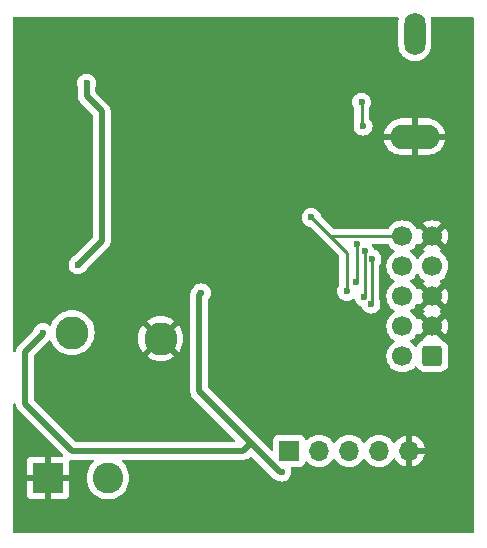
<source format=gbl>
%TF.GenerationSoftware,KiCad,Pcbnew,8.0.1*%
%TF.CreationDate,2024-04-01T15:32:46-05:00*%
%TF.ProjectId,ece445_headset,65636534-3435-45f6-9865-61647365742e,rev?*%
%TF.SameCoordinates,Original*%
%TF.FileFunction,Copper,L2,Bot*%
%TF.FilePolarity,Positive*%
%FSLAX46Y46*%
G04 Gerber Fmt 4.6, Leading zero omitted, Abs format (unit mm)*
G04 Created by KiCad (PCBNEW 8.0.1) date 2024-04-01 15:32:46*
%MOMM*%
%LPD*%
G01*
G04 APERTURE LIST*
G04 Aperture macros list*
%AMRoundRect*
0 Rectangle with rounded corners*
0 $1 Rounding radius*
0 $2 $3 $4 $5 $6 $7 $8 $9 X,Y pos of 4 corners*
0 Add a 4 corners polygon primitive as box body*
4,1,4,$2,$3,$4,$5,$6,$7,$8,$9,$2,$3,0*
0 Add four circle primitives for the rounded corners*
1,1,$1+$1,$2,$3*
1,1,$1+$1,$4,$5*
1,1,$1+$1,$6,$7*
1,1,$1+$1,$8,$9*
0 Add four rect primitives between the rounded corners*
20,1,$1+$1,$2,$3,$4,$5,0*
20,1,$1+$1,$4,$5,$6,$7,0*
20,1,$1+$1,$6,$7,$8,$9,0*
20,1,$1+$1,$8,$9,$2,$3,0*%
G04 Aperture macros list end*
%TA.AperFunction,ComponentPad*%
%ADD10R,2.600000X2.600000*%
%TD*%
%TA.AperFunction,ComponentPad*%
%ADD11C,2.600000*%
%TD*%
%TA.AperFunction,ComponentPad*%
%ADD12RoundRect,0.250000X0.600000X0.600000X-0.600000X0.600000X-0.600000X-0.600000X0.600000X-0.600000X0*%
%TD*%
%TA.AperFunction,ComponentPad*%
%ADD13C,1.700000*%
%TD*%
%TA.AperFunction,ComponentPad*%
%ADD14O,4.200000X2.100000*%
%TD*%
%TA.AperFunction,ComponentPad*%
%ADD15O,1.800000X3.600000*%
%TD*%
%TA.AperFunction,ComponentPad*%
%ADD16C,2.800000*%
%TD*%
%TA.AperFunction,ComponentPad*%
%ADD17R,1.700000X1.700000*%
%TD*%
%TA.AperFunction,ComponentPad*%
%ADD18O,1.700000X1.700000*%
%TD*%
%TA.AperFunction,ViaPad*%
%ADD19C,0.600000*%
%TD*%
%TA.AperFunction,Conductor*%
%ADD20C,0.254000*%
%TD*%
%TA.AperFunction,Conductor*%
%ADD21C,0.508000*%
%TD*%
G04 APERTURE END LIST*
D10*
%TO.P,J3,1,Pin_1*%
%TO.N,GND*%
X75955000Y-86305000D03*
D11*
%TO.P,J3,2,Pin_2*%
%TO.N,+BATT*%
X81035000Y-86305000D03*
%TD*%
D12*
%TO.P,J4,1,VTref*%
%TO.N,Net-(J4-VTref)*%
X108500000Y-76000000D03*
D13*
%TO.P,J4,2,SWDIO/TMS*%
%TO.N,/MTMS*%
X105960000Y-76000000D03*
%TO.P,J4,3,GND*%
%TO.N,GND*%
X108500000Y-73460000D03*
%TO.P,J4,4,SWDCLK/TCK*%
%TO.N,/MTCK*%
X105960000Y-73460000D03*
%TO.P,J4,5,GND*%
%TO.N,GND*%
X108500000Y-70920000D03*
%TO.P,J4,6,SWO/TDO*%
%TO.N,/MTDO*%
X105960000Y-70920000D03*
%TO.P,J4,7,KEY*%
%TO.N,unconnected-(J4-KEY-Pad7)*%
X108500000Y-68380000D03*
%TO.P,J4,8,NC/TDI*%
%TO.N,/MTDI*%
X105960000Y-68380000D03*
%TO.P,J4,9,GNDDetect*%
%TO.N,GND*%
X108500000Y-65840000D03*
%TO.P,J4,10,~{RESET}*%
%TO.N,/CHIP_PU*%
X105960000Y-65840000D03*
%TD*%
D14*
%TO.P,J1,1*%
%TO.N,GND*%
X107000000Y-57400000D03*
D15*
%TO.P,J1,2*%
%TO.N,/CSV_OUT*%
X107000000Y-48700000D03*
%TD*%
D16*
%TO.P,TP1,1,1*%
%TO.N,Net-(JP3-A)*%
X78000000Y-74000000D03*
%TD*%
D17*
%TO.P,J2,1,Pin_1*%
%TO.N,/RTS*%
X96380000Y-84000000D03*
D18*
%TO.P,J2,2,Pin_2*%
%TO.N,/DTR*%
X98920000Y-84000000D03*
%TO.P,J2,3,Pin_3*%
%TO.N,/TX*%
X101460000Y-84000000D03*
%TO.P,J2,4,Pin_4*%
%TO.N,/RX*%
X104000000Y-84000000D03*
%TO.P,J2,5,Pin_5*%
%TO.N,GND*%
X106540000Y-84000000D03*
%TD*%
D16*
%TO.P,TP2,1,1*%
%TO.N,GND*%
X85500000Y-74500000D03*
%TD*%
D19*
%TO.N,GND*%
X95250000Y-70500000D03*
X91500000Y-58500000D03*
X82000000Y-81250000D03*
X108750000Y-80750000D03*
X90000000Y-53000000D03*
X83500000Y-48000000D03*
X100500000Y-75000000D03*
X106000000Y-61750000D03*
X74750000Y-52000000D03*
X97250000Y-71500000D03*
X77500000Y-48000000D03*
X91000000Y-53000000D03*
X107000000Y-61750000D03*
X96250000Y-71500000D03*
X81000000Y-82250000D03*
X80500000Y-48000000D03*
X86500000Y-56500000D03*
X79000000Y-59000000D03*
X84500000Y-78500000D03*
X98000000Y-48000000D03*
X106750000Y-80750000D03*
X79000000Y-82250000D03*
X90500000Y-58500000D03*
X101000000Y-48000000D03*
X96250000Y-72500000D03*
X106750000Y-81750000D03*
X81250000Y-75500000D03*
X92500000Y-56000000D03*
X105750000Y-80750000D03*
X107000000Y-60750000D03*
X107750000Y-80750000D03*
X81250000Y-73500000D03*
X97250000Y-70500000D03*
X82250000Y-72500000D03*
X107750000Y-81750000D03*
X92500000Y-54000000D03*
X79000000Y-60500000D03*
X73500000Y-66000000D03*
X105750000Y-81750000D03*
X100500000Y-72500000D03*
X108000000Y-62750000D03*
X74500000Y-48000000D03*
X74750000Y-66000000D03*
X80000000Y-81250000D03*
X82250000Y-74500000D03*
X95250000Y-72500000D03*
X81250000Y-72500000D03*
X79000000Y-81250000D03*
X89000000Y-53000000D03*
X102000000Y-73750000D03*
X82250000Y-73500000D03*
X89500000Y-58500000D03*
X99000000Y-73750000D03*
X86500000Y-57500000D03*
X82000000Y-82250000D03*
X106000000Y-60750000D03*
X107000000Y-62750000D03*
X92500000Y-55000000D03*
X95250000Y-71500000D03*
X86500000Y-55500000D03*
X77500000Y-52000000D03*
X77500000Y-60500000D03*
X97250000Y-72500000D03*
X81000000Y-81250000D03*
X82250000Y-75500000D03*
X79000000Y-62000000D03*
X88000000Y-53000000D03*
X81250000Y-74500000D03*
X86500000Y-54500000D03*
X108000000Y-61750000D03*
X108750000Y-81750000D03*
X108000000Y-60750000D03*
X106000000Y-62750000D03*
X77500000Y-59000000D03*
X88000000Y-58500000D03*
X92500000Y-57000000D03*
X80000000Y-82250000D03*
X77500000Y-62000000D03*
X96250000Y-70500000D03*
%TO.N,/CHIP_PU*%
X98250000Y-64249302D03*
X101250000Y-70500000D03*
%TO.N,+3V3*%
X75500000Y-74000000D03*
X79221546Y-52891742D03*
X88933000Y-70637474D03*
X78500000Y-68250000D03*
X95750000Y-85804000D03*
%TO.N,/TX*%
X102627000Y-56514783D03*
X102757886Y-67115104D03*
X102735617Y-71014383D03*
X102500000Y-54500000D03*
%TO.N,/RX*%
X103385800Y-67749086D03*
X103301070Y-71579836D03*
%TO.N,/MTMS*%
X102131856Y-66495144D03*
X102056644Y-69693356D03*
%TD*%
D20*
%TO.N,/CHIP_PU*%
X105960000Y-65840000D02*
X99840698Y-65840000D01*
X101250000Y-70500000D02*
X101250000Y-67249302D01*
X101250000Y-67249302D02*
X99840698Y-65840000D01*
X99840698Y-65840000D02*
X98250000Y-64249302D01*
D21*
%TO.N,+3V3*%
X79221546Y-53971546D02*
X80500000Y-55250000D01*
X74000000Y-80000000D02*
X78000000Y-84000000D01*
X95576000Y-85804000D02*
X93136000Y-83364000D01*
X88750000Y-70820474D02*
X88750000Y-78978000D01*
X75500000Y-74121952D02*
X74000000Y-75621952D01*
X92500000Y-84000000D02*
X93136000Y-83364000D01*
X78000000Y-84000000D02*
X92500000Y-84000000D01*
X88933000Y-70637474D02*
X88750000Y-70820474D01*
X95750000Y-85804000D02*
X95576000Y-85804000D01*
X75500000Y-74000000D02*
X75500000Y-74121952D01*
X80500000Y-66250000D02*
X78500000Y-68250000D01*
X80500000Y-55250000D02*
X80500000Y-66250000D01*
X88750000Y-78978000D02*
X93136000Y-83364000D01*
X74000000Y-75621952D02*
X74000000Y-80000000D01*
X79221546Y-52891742D02*
X79221546Y-53971546D01*
D20*
%TO.N,/TX*%
X102500000Y-54500000D02*
X102500000Y-56387783D01*
X101627000Y-83833000D02*
X101460000Y-84000000D01*
X102757886Y-70992114D02*
X102735617Y-71014383D01*
X102500000Y-56387783D02*
X102627000Y-56514783D01*
X102757886Y-67115104D02*
X102757886Y-70992114D01*
%TO.N,/RX*%
X103385800Y-71495106D02*
X103301070Y-71579836D01*
X103385800Y-67749086D02*
X103385800Y-71495106D01*
%TO.N,/MTMS*%
X102131856Y-66495144D02*
X102131856Y-69618144D01*
X102131856Y-69618144D02*
X102056644Y-69693356D01*
%TD*%
%TA.AperFunction,Conductor*%
%TO.N,GND*%
G36*
X108034075Y-73652993D02*
G01*
X108099901Y-73767007D01*
X108192993Y-73860099D01*
X108307007Y-73925925D01*
X108370590Y-73942962D01*
X107734208Y-74579342D01*
X107723788Y-74631193D01*
X107675172Y-74681376D01*
X107653032Y-74691205D01*
X107580674Y-74715182D01*
X107580663Y-74715187D01*
X107431342Y-74807289D01*
X107307289Y-74931342D01*
X107215187Y-75080663D01*
X107215183Y-75080673D01*
X107212335Y-75089268D01*
X107172560Y-75146711D01*
X107108044Y-75173531D01*
X107039268Y-75161214D01*
X107002517Y-75132233D01*
X107002324Y-75132427D01*
X107000682Y-75130785D01*
X106999642Y-75129965D01*
X106998494Y-75128597D01*
X106831402Y-74961506D01*
X106831396Y-74961501D01*
X106645842Y-74831575D01*
X106602217Y-74776998D01*
X106595023Y-74707500D01*
X106626546Y-74645145D01*
X106645842Y-74628425D01*
X106705121Y-74586917D01*
X106831401Y-74498495D01*
X106998495Y-74331401D01*
X107128732Y-74145403D01*
X107183307Y-74101780D01*
X107252805Y-74094586D01*
X107315160Y-74126109D01*
X107331880Y-74145405D01*
X107385073Y-74221373D01*
X108017037Y-73589409D01*
X108034075Y-73652993D01*
G37*
%TD.AperFunction*%
%TA.AperFunction,Conductor*%
G36*
X108034075Y-71112993D02*
G01*
X108099901Y-71227007D01*
X108192993Y-71320099D01*
X108307007Y-71385925D01*
X108370590Y-71402962D01*
X107738625Y-72034925D01*
X107815031Y-72088425D01*
X107858655Y-72143002D01*
X107865848Y-72212501D01*
X107834326Y-72274855D01*
X107815029Y-72291576D01*
X107738625Y-72345072D01*
X108370590Y-72977037D01*
X108307007Y-72994075D01*
X108192993Y-73059901D01*
X108099901Y-73152993D01*
X108034075Y-73267007D01*
X108017037Y-73330590D01*
X107385073Y-72698626D01*
X107331881Y-72774594D01*
X107277304Y-72818219D01*
X107207806Y-72825413D01*
X107145451Y-72793891D01*
X107128730Y-72774594D01*
X106998494Y-72588597D01*
X106831402Y-72421506D01*
X106831396Y-72421501D01*
X106645842Y-72291575D01*
X106602217Y-72236998D01*
X106595023Y-72167500D01*
X106626546Y-72105145D01*
X106645842Y-72088425D01*
X106722248Y-72034925D01*
X106831401Y-71958495D01*
X106998495Y-71791401D01*
X107128732Y-71605403D01*
X107183307Y-71561780D01*
X107252805Y-71554586D01*
X107315160Y-71586109D01*
X107331880Y-71605405D01*
X107385073Y-71681373D01*
X108017037Y-71049409D01*
X108034075Y-71112993D01*
G37*
%TD.AperFunction*%
%TA.AperFunction,Conductor*%
G36*
X107314855Y-69046546D02*
G01*
X107331575Y-69065842D01*
X107461500Y-69251395D01*
X107461505Y-69251401D01*
X107628599Y-69418495D01*
X107814158Y-69548425D01*
X107814594Y-69548730D01*
X107858218Y-69603307D01*
X107865411Y-69672806D01*
X107833889Y-69735160D01*
X107814593Y-69751880D01*
X107738626Y-69805072D01*
X107738625Y-69805072D01*
X108370590Y-70437037D01*
X108307007Y-70454075D01*
X108192993Y-70519901D01*
X108099901Y-70612993D01*
X108034075Y-70727007D01*
X108017037Y-70790590D01*
X107385073Y-70158626D01*
X107331881Y-70234594D01*
X107277304Y-70278219D01*
X107207806Y-70285413D01*
X107145451Y-70253891D01*
X107128730Y-70234594D01*
X106998494Y-70048597D01*
X106831402Y-69881506D01*
X106831396Y-69881501D01*
X106645842Y-69751575D01*
X106602217Y-69696998D01*
X106595023Y-69627500D01*
X106626546Y-69565145D01*
X106645842Y-69548425D01*
X106668026Y-69532891D01*
X106831401Y-69418495D01*
X106998495Y-69251401D01*
X107128425Y-69065842D01*
X107183002Y-69022217D01*
X107252500Y-69015023D01*
X107314855Y-69046546D01*
G37*
%TD.AperFunction*%
%TA.AperFunction,Conductor*%
G36*
X108034075Y-66032993D02*
G01*
X108099901Y-66147007D01*
X108192993Y-66240099D01*
X108307007Y-66305925D01*
X108370590Y-66322962D01*
X107738625Y-66954925D01*
X107814594Y-67008119D01*
X107858219Y-67062696D01*
X107865413Y-67132194D01*
X107833890Y-67194549D01*
X107814595Y-67211269D01*
X107628594Y-67341508D01*
X107461505Y-67508597D01*
X107331575Y-67694158D01*
X107276998Y-67737783D01*
X107207500Y-67744977D01*
X107145145Y-67713454D01*
X107128425Y-67694158D01*
X106998494Y-67508597D01*
X106831402Y-67341506D01*
X106831396Y-67341501D01*
X106645842Y-67211575D01*
X106602217Y-67156998D01*
X106595023Y-67087500D01*
X106626546Y-67025145D01*
X106645842Y-67008425D01*
X106668026Y-66992891D01*
X106831401Y-66878495D01*
X106998495Y-66711401D01*
X107128732Y-66525403D01*
X107183307Y-66481780D01*
X107252805Y-66474586D01*
X107315160Y-66506109D01*
X107331880Y-66525405D01*
X107385073Y-66601373D01*
X108017037Y-65969409D01*
X108034075Y-66032993D01*
G37*
%TD.AperFunction*%
%TA.AperFunction,Conductor*%
G36*
X105602338Y-47270185D02*
G01*
X105648093Y-47322989D01*
X105658037Y-47392147D01*
X105653230Y-47412818D01*
X105633985Y-47472047D01*
X105599500Y-47689778D01*
X105599500Y-49710221D01*
X105633985Y-49927952D01*
X105702103Y-50137603D01*
X105702104Y-50137606D01*
X105802187Y-50334025D01*
X105931752Y-50512358D01*
X105931756Y-50512363D01*
X106087636Y-50668243D01*
X106087641Y-50668247D01*
X106243192Y-50781260D01*
X106265978Y-50797815D01*
X106394375Y-50863237D01*
X106462393Y-50897895D01*
X106462396Y-50897896D01*
X106567221Y-50931955D01*
X106672049Y-50966015D01*
X106889778Y-51000500D01*
X106889779Y-51000500D01*
X107110221Y-51000500D01*
X107110222Y-51000500D01*
X107327951Y-50966015D01*
X107537606Y-50897895D01*
X107734022Y-50797815D01*
X107912365Y-50668242D01*
X108068242Y-50512365D01*
X108197815Y-50334022D01*
X108297895Y-50137606D01*
X108366015Y-49927951D01*
X108400500Y-49710222D01*
X108400500Y-47689778D01*
X108366015Y-47472049D01*
X108346770Y-47412818D01*
X108344775Y-47342977D01*
X108380855Y-47283144D01*
X108443556Y-47252316D01*
X108464701Y-47250500D01*
X111875500Y-47250500D01*
X111942539Y-47270185D01*
X111988294Y-47322989D01*
X111999500Y-47374500D01*
X111999500Y-90875500D01*
X111979815Y-90942539D01*
X111927011Y-90988294D01*
X111875500Y-90999500D01*
X73124500Y-90999500D01*
X73057461Y-90979815D01*
X73011706Y-90927011D01*
X73000500Y-90875500D01*
X73000500Y-80101613D01*
X73020185Y-80034574D01*
X73072989Y-79988819D01*
X73142147Y-79978875D01*
X73205703Y-80007900D01*
X73243477Y-80066678D01*
X73246117Y-80077421D01*
X73274493Y-80220073D01*
X73274496Y-80220083D01*
X73331366Y-80357381D01*
X73331372Y-80357392D01*
X73413942Y-80480968D01*
X73413943Y-80480969D01*
X77226295Y-84293319D01*
X77259780Y-84354642D01*
X77254796Y-84424334D01*
X77212924Y-84480267D01*
X77147460Y-84504684D01*
X77138614Y-84505000D01*
X76205000Y-84505000D01*
X76205000Y-85704998D01*
X76144598Y-85679979D01*
X76019019Y-85655000D01*
X75890981Y-85655000D01*
X75765402Y-85679979D01*
X75705000Y-85704998D01*
X75705000Y-84505000D01*
X74607155Y-84505000D01*
X74547627Y-84511401D01*
X74547620Y-84511403D01*
X74412913Y-84561645D01*
X74412906Y-84561649D01*
X74297812Y-84647809D01*
X74297809Y-84647812D01*
X74211649Y-84762906D01*
X74211645Y-84762913D01*
X74161403Y-84897620D01*
X74161401Y-84897627D01*
X74155000Y-84957155D01*
X74155000Y-86055000D01*
X75354999Y-86055000D01*
X75329979Y-86115402D01*
X75305000Y-86240981D01*
X75305000Y-86369019D01*
X75329979Y-86494598D01*
X75354999Y-86555000D01*
X74155000Y-86555000D01*
X74155000Y-87652844D01*
X74161401Y-87712372D01*
X74161403Y-87712379D01*
X74211645Y-87847086D01*
X74211649Y-87847093D01*
X74297809Y-87962187D01*
X74297812Y-87962190D01*
X74412906Y-88048350D01*
X74412913Y-88048354D01*
X74547620Y-88098596D01*
X74547627Y-88098598D01*
X74607155Y-88104999D01*
X74607172Y-88105000D01*
X75705000Y-88105000D01*
X75705000Y-86905001D01*
X75765402Y-86930021D01*
X75890981Y-86955000D01*
X76019019Y-86955000D01*
X76144598Y-86930021D01*
X76205000Y-86905001D01*
X76205000Y-88105000D01*
X77302828Y-88105000D01*
X77302844Y-88104999D01*
X77362372Y-88098598D01*
X77362379Y-88098596D01*
X77497086Y-88048354D01*
X77497093Y-88048350D01*
X77612187Y-87962190D01*
X77612190Y-87962187D01*
X77698350Y-87847093D01*
X77698354Y-87847086D01*
X77748596Y-87712379D01*
X77748598Y-87712372D01*
X77754999Y-87652844D01*
X77755000Y-87652827D01*
X77755000Y-86555000D01*
X76555001Y-86555000D01*
X76580021Y-86494598D01*
X76605000Y-86369019D01*
X76605000Y-86240981D01*
X76580021Y-86115402D01*
X76555001Y-86055000D01*
X77755000Y-86055000D01*
X77755000Y-84957172D01*
X77754999Y-84957155D01*
X77747769Y-84889913D01*
X77749201Y-84889758D01*
X77752488Y-84828480D01*
X77793356Y-84771810D01*
X77858375Y-84746230D01*
X77893612Y-84748119D01*
X77925688Y-84754500D01*
X79742973Y-84754500D01*
X79810012Y-84774185D01*
X79855767Y-84826989D01*
X79865711Y-84896147D01*
X79836686Y-84959703D01*
X79827314Y-84969399D01*
X79711442Y-85076910D01*
X79543185Y-85287898D01*
X79408258Y-85521599D01*
X79408256Y-85521603D01*
X79309666Y-85772804D01*
X79309664Y-85772811D01*
X79249616Y-86035898D01*
X79229451Y-86304995D01*
X79229451Y-86305004D01*
X79249616Y-86574101D01*
X79309664Y-86837188D01*
X79309666Y-86837195D01*
X79355901Y-86955000D01*
X79408257Y-87088398D01*
X79543185Y-87322102D01*
X79679080Y-87492509D01*
X79711442Y-87533089D01*
X79898183Y-87706358D01*
X79909259Y-87716635D01*
X80132226Y-87868651D01*
X80375359Y-87985738D01*
X80633228Y-88065280D01*
X80633229Y-88065280D01*
X80633232Y-88065281D01*
X80900063Y-88105499D01*
X80900068Y-88105499D01*
X80900071Y-88105500D01*
X80900072Y-88105500D01*
X81169928Y-88105500D01*
X81169929Y-88105500D01*
X81169936Y-88105499D01*
X81436767Y-88065281D01*
X81436768Y-88065280D01*
X81436772Y-88065280D01*
X81694641Y-87985738D01*
X81937775Y-87868651D01*
X82160741Y-87716635D01*
X82358561Y-87533085D01*
X82526815Y-87322102D01*
X82661743Y-87088398D01*
X82760334Y-86837195D01*
X82820383Y-86574103D01*
X82835752Y-86369019D01*
X82840549Y-86305004D01*
X82840549Y-86304995D01*
X82823744Y-86080747D01*
X82820383Y-86035897D01*
X82760334Y-85772805D01*
X82661743Y-85521602D01*
X82526815Y-85287898D01*
X82358561Y-85076915D01*
X82358560Y-85076914D01*
X82358557Y-85076910D01*
X82242686Y-84969399D01*
X82206931Y-84909371D01*
X82209306Y-84839541D01*
X82249056Y-84782081D01*
X82313562Y-84755233D01*
X82327027Y-84754500D01*
X92419554Y-84754500D01*
X92419574Y-84754501D01*
X92425688Y-84754501D01*
X92574314Y-84754501D01*
X92695894Y-84730315D01*
X92695894Y-84730316D01*
X92695900Y-84730313D01*
X92720080Y-84725505D01*
X92755942Y-84710649D01*
X92776944Y-84701951D01*
X92776947Y-84701949D01*
X92776955Y-84701946D01*
X92857389Y-84668630D01*
X92980966Y-84586059D01*
X93048319Y-84518704D01*
X93109639Y-84485220D01*
X93179331Y-84490204D01*
X93223680Y-84518705D01*
X95095030Y-86390056D01*
X95095033Y-86390059D01*
X95218604Y-86472626D01*
X95218610Y-86472630D01*
X95315703Y-86512846D01*
X95355920Y-86529505D01*
X95380105Y-86534315D01*
X95448764Y-86547972D01*
X95465504Y-86552542D01*
X95570745Y-86589368D01*
X95570749Y-86589368D01*
X95570751Y-86589369D01*
X95570748Y-86589369D01*
X95749996Y-86609565D01*
X95750000Y-86609565D01*
X95750004Y-86609565D01*
X95929249Y-86589369D01*
X95929252Y-86589368D01*
X95929255Y-86589368D01*
X96099522Y-86529789D01*
X96252262Y-86433816D01*
X96379816Y-86306262D01*
X96475789Y-86153522D01*
X96535368Y-85983255D01*
X96555565Y-85804000D01*
X96552050Y-85772805D01*
X96535369Y-85624750D01*
X96535366Y-85624737D01*
X96497126Y-85515454D01*
X96493564Y-85445675D01*
X96528292Y-85385048D01*
X96590286Y-85352820D01*
X96614167Y-85350499D01*
X97277871Y-85350499D01*
X97277872Y-85350499D01*
X97337483Y-85344091D01*
X97472331Y-85293796D01*
X97587546Y-85207546D01*
X97673796Y-85092331D01*
X97722810Y-84960916D01*
X97764681Y-84904984D01*
X97830145Y-84880566D01*
X97898418Y-84895417D01*
X97926673Y-84916569D01*
X98048599Y-85038495D01*
X98145384Y-85106265D01*
X98242165Y-85174032D01*
X98242167Y-85174033D01*
X98242170Y-85174035D01*
X98456337Y-85273903D01*
X98684592Y-85335063D01*
X98872918Y-85351539D01*
X98919999Y-85355659D01*
X98920000Y-85355659D01*
X98920001Y-85355659D01*
X98959234Y-85352226D01*
X99155408Y-85335063D01*
X99383663Y-85273903D01*
X99597830Y-85174035D01*
X99791401Y-85038495D01*
X99958495Y-84871401D01*
X100088425Y-84685842D01*
X100143002Y-84642217D01*
X100212500Y-84635023D01*
X100274855Y-84666546D01*
X100291575Y-84685842D01*
X100421281Y-84871082D01*
X100421505Y-84871401D01*
X100588599Y-85038495D01*
X100685384Y-85106265D01*
X100782165Y-85174032D01*
X100782167Y-85174033D01*
X100782170Y-85174035D01*
X100996337Y-85273903D01*
X101224592Y-85335063D01*
X101412918Y-85351539D01*
X101459999Y-85355659D01*
X101460000Y-85355659D01*
X101460001Y-85355659D01*
X101499234Y-85352226D01*
X101695408Y-85335063D01*
X101923663Y-85273903D01*
X102137830Y-85174035D01*
X102331401Y-85038495D01*
X102498495Y-84871401D01*
X102628425Y-84685842D01*
X102683002Y-84642217D01*
X102752500Y-84635023D01*
X102814855Y-84666546D01*
X102831575Y-84685842D01*
X102961281Y-84871082D01*
X102961505Y-84871401D01*
X103128599Y-85038495D01*
X103225384Y-85106265D01*
X103322165Y-85174032D01*
X103322167Y-85174033D01*
X103322170Y-85174035D01*
X103536337Y-85273903D01*
X103764592Y-85335063D01*
X103952918Y-85351539D01*
X103999999Y-85355659D01*
X104000000Y-85355659D01*
X104000001Y-85355659D01*
X104039234Y-85352226D01*
X104235408Y-85335063D01*
X104463663Y-85273903D01*
X104677830Y-85174035D01*
X104871401Y-85038495D01*
X105038495Y-84871401D01*
X105168730Y-84685405D01*
X105223307Y-84641781D01*
X105292805Y-84634587D01*
X105355160Y-84666110D01*
X105371879Y-84685405D01*
X105501890Y-84871078D01*
X105668917Y-85038105D01*
X105862421Y-85173600D01*
X106076507Y-85273429D01*
X106076516Y-85273433D01*
X106290000Y-85330634D01*
X106290000Y-84433012D01*
X106347007Y-84465925D01*
X106474174Y-84500000D01*
X106605826Y-84500000D01*
X106732993Y-84465925D01*
X106790000Y-84433012D01*
X106790000Y-85330633D01*
X107003483Y-85273433D01*
X107003492Y-85273429D01*
X107217578Y-85173600D01*
X107411082Y-85038105D01*
X107578105Y-84871082D01*
X107713600Y-84677578D01*
X107813429Y-84463492D01*
X107813432Y-84463486D01*
X107870636Y-84250000D01*
X106973012Y-84250000D01*
X107005925Y-84192993D01*
X107040000Y-84065826D01*
X107040000Y-83934174D01*
X107005925Y-83807007D01*
X106973012Y-83750000D01*
X107870636Y-83750000D01*
X107870635Y-83749999D01*
X107813432Y-83536513D01*
X107813429Y-83536507D01*
X107713600Y-83322422D01*
X107713599Y-83322420D01*
X107578113Y-83128926D01*
X107578108Y-83128920D01*
X107411082Y-82961894D01*
X107217578Y-82826399D01*
X107003492Y-82726570D01*
X107003486Y-82726567D01*
X106790000Y-82669364D01*
X106790000Y-83566988D01*
X106732993Y-83534075D01*
X106605826Y-83500000D01*
X106474174Y-83500000D01*
X106347007Y-83534075D01*
X106290000Y-83566988D01*
X106290000Y-82669364D01*
X106289999Y-82669364D01*
X106076513Y-82726567D01*
X106076507Y-82726570D01*
X105862422Y-82826399D01*
X105862420Y-82826400D01*
X105668926Y-82961886D01*
X105668920Y-82961891D01*
X105501891Y-83128920D01*
X105501890Y-83128922D01*
X105371880Y-83314595D01*
X105317303Y-83358219D01*
X105247804Y-83365412D01*
X105185450Y-83333890D01*
X105168730Y-83314594D01*
X105038494Y-83128597D01*
X104871402Y-82961506D01*
X104871395Y-82961501D01*
X104677834Y-82825967D01*
X104677830Y-82825965D01*
X104677828Y-82825964D01*
X104463663Y-82726097D01*
X104463659Y-82726096D01*
X104463655Y-82726094D01*
X104235413Y-82664938D01*
X104235403Y-82664936D01*
X104000001Y-82644341D01*
X103999999Y-82644341D01*
X103764596Y-82664936D01*
X103764586Y-82664938D01*
X103536344Y-82726094D01*
X103536335Y-82726098D01*
X103322171Y-82825964D01*
X103322169Y-82825965D01*
X103128597Y-82961505D01*
X102961505Y-83128597D01*
X102831575Y-83314158D01*
X102776998Y-83357783D01*
X102707500Y-83364977D01*
X102645145Y-83333454D01*
X102628425Y-83314158D01*
X102498494Y-83128597D01*
X102331402Y-82961506D01*
X102331395Y-82961501D01*
X102137834Y-82825967D01*
X102137830Y-82825965D01*
X102137828Y-82825964D01*
X101923663Y-82726097D01*
X101923659Y-82726096D01*
X101923655Y-82726094D01*
X101695413Y-82664938D01*
X101695403Y-82664936D01*
X101460001Y-82644341D01*
X101459999Y-82644341D01*
X101224596Y-82664936D01*
X101224586Y-82664938D01*
X100996344Y-82726094D01*
X100996335Y-82726098D01*
X100782171Y-82825964D01*
X100782169Y-82825965D01*
X100588597Y-82961505D01*
X100421505Y-83128597D01*
X100291575Y-83314158D01*
X100236998Y-83357783D01*
X100167500Y-83364977D01*
X100105145Y-83333454D01*
X100088425Y-83314158D01*
X99958494Y-83128597D01*
X99791402Y-82961506D01*
X99791395Y-82961501D01*
X99597834Y-82825967D01*
X99597830Y-82825965D01*
X99597828Y-82825964D01*
X99383663Y-82726097D01*
X99383659Y-82726096D01*
X99383655Y-82726094D01*
X99155413Y-82664938D01*
X99155403Y-82664936D01*
X98920001Y-82644341D01*
X98919999Y-82644341D01*
X98684596Y-82664936D01*
X98684586Y-82664938D01*
X98456344Y-82726094D01*
X98456335Y-82726098D01*
X98242171Y-82825964D01*
X98242169Y-82825965D01*
X98048600Y-82961503D01*
X97926673Y-83083430D01*
X97865350Y-83116914D01*
X97795658Y-83111930D01*
X97739725Y-83070058D01*
X97722810Y-83039081D01*
X97673797Y-82907671D01*
X97673793Y-82907664D01*
X97587547Y-82792455D01*
X97587544Y-82792452D01*
X97472335Y-82706206D01*
X97472328Y-82706202D01*
X97337482Y-82655908D01*
X97337483Y-82655908D01*
X97277883Y-82649501D01*
X97277881Y-82649500D01*
X97277873Y-82649500D01*
X97277864Y-82649500D01*
X95482129Y-82649500D01*
X95482123Y-82649501D01*
X95422516Y-82655908D01*
X95287671Y-82706202D01*
X95287664Y-82706206D01*
X95172455Y-82792452D01*
X95172452Y-82792455D01*
X95086206Y-82907664D01*
X95086202Y-82907671D01*
X95035908Y-83042517D01*
X95029501Y-83102116D01*
X95029500Y-83102135D01*
X95029500Y-83891112D01*
X95009815Y-83958151D01*
X94957011Y-84003906D01*
X94887853Y-84013850D01*
X94824297Y-83984825D01*
X94817819Y-83978793D01*
X93612647Y-82773621D01*
X93612624Y-82773600D01*
X89540819Y-78701794D01*
X89507334Y-78640471D01*
X89504500Y-78614113D01*
X89504500Y-71249414D01*
X89524185Y-71182375D01*
X89540819Y-71161733D01*
X89547237Y-71155315D01*
X89562816Y-71139736D01*
X89658789Y-70986996D01*
X89718368Y-70816729D01*
X89726319Y-70746162D01*
X89738565Y-70637477D01*
X89738565Y-70637470D01*
X89718369Y-70458224D01*
X89718368Y-70458219D01*
X89676829Y-70339508D01*
X89658789Y-70287952D01*
X89652673Y-70278219D01*
X89562815Y-70135211D01*
X89435262Y-70007658D01*
X89282523Y-69911685D01*
X89112254Y-69852105D01*
X89112249Y-69852104D01*
X88933004Y-69831909D01*
X88932996Y-69831909D01*
X88753750Y-69852104D01*
X88753745Y-69852105D01*
X88583476Y-69911685D01*
X88430737Y-70007658D01*
X88303184Y-70135211D01*
X88203507Y-70293847D01*
X88202705Y-70293343D01*
X88184618Y-70318829D01*
X88163946Y-70339501D01*
X88163942Y-70339506D01*
X88081373Y-70463079D01*
X88081366Y-70463091D01*
X88066078Y-70500003D01*
X88061059Y-70512121D01*
X88047031Y-70545987D01*
X88033004Y-70579852D01*
X88024495Y-70600393D01*
X88024493Y-70600399D01*
X87995499Y-70746159D01*
X87995499Y-70900899D01*
X87995500Y-70900920D01*
X87995500Y-78898552D01*
X87995499Y-78898578D01*
X87995499Y-78903688D01*
X87995499Y-79052312D01*
X87995499Y-79052314D01*
X87995498Y-79052314D01*
X88024493Y-79198073D01*
X88024496Y-79198083D01*
X88081366Y-79335381D01*
X88081372Y-79335392D01*
X88163942Y-79458968D01*
X88163943Y-79458969D01*
X91738795Y-83033819D01*
X91772280Y-83095142D01*
X91767296Y-83164834D01*
X91725424Y-83220767D01*
X91659960Y-83245184D01*
X91651114Y-83245500D01*
X78363886Y-83245500D01*
X78296847Y-83225815D01*
X78276205Y-83209181D01*
X74790819Y-79723794D01*
X74757334Y-79662471D01*
X74754500Y-79636113D01*
X74754500Y-75985837D01*
X74774185Y-75918798D01*
X74790814Y-75898160D01*
X75980963Y-74708012D01*
X75980966Y-74708011D01*
X76030055Y-74658921D01*
X76091374Y-74625439D01*
X76161066Y-74630423D01*
X76216999Y-74672294D01*
X76233914Y-74703270D01*
X76266827Y-74791511D01*
X76266830Y-74791518D01*
X76397109Y-75030107D01*
X76397110Y-75030108D01*
X76397113Y-75030113D01*
X76560029Y-75247742D01*
X76560033Y-75247746D01*
X76560038Y-75247752D01*
X76752247Y-75439961D01*
X76752253Y-75439966D01*
X76752258Y-75439971D01*
X76969887Y-75602887D01*
X76969891Y-75602889D01*
X76969892Y-75602890D01*
X77208481Y-75733169D01*
X77208480Y-75733169D01*
X77208484Y-75733170D01*
X77208487Y-75733172D01*
X77463199Y-75828175D01*
X77728840Y-75885961D01*
X77980605Y-75903967D01*
X77999999Y-75905355D01*
X78000000Y-75905355D01*
X78000001Y-75905355D01*
X78018100Y-75904060D01*
X78271160Y-75885961D01*
X78536801Y-75828175D01*
X78791513Y-75733172D01*
X78791517Y-75733169D01*
X78791519Y-75733169D01*
X78934448Y-75655124D01*
X79030113Y-75602887D01*
X79247742Y-75439971D01*
X79439971Y-75247742D01*
X79602887Y-75030113D01*
X79714360Y-74825965D01*
X79733169Y-74791519D01*
X79733169Y-74791517D01*
X79733172Y-74791513D01*
X79828175Y-74536801D01*
X79836180Y-74500001D01*
X83595147Y-74500001D01*
X83614536Y-74771090D01*
X83614537Y-74771097D01*
X83672305Y-75036654D01*
X83767285Y-75291306D01*
X83767287Y-75291310D01*
X83897532Y-75529835D01*
X83897537Y-75529843D01*
X83991321Y-75655123D01*
X83991322Y-75655124D01*
X84784153Y-74862293D01*
X84791049Y-74878942D01*
X84878599Y-75009970D01*
X84990030Y-75121401D01*
X85121058Y-75208951D01*
X85137705Y-75215846D01*
X84344874Y-76008676D01*
X84470163Y-76102466D01*
X84470164Y-76102467D01*
X84708689Y-76232712D01*
X84708693Y-76232714D01*
X84963345Y-76327694D01*
X85228902Y-76385462D01*
X85228909Y-76385463D01*
X85499999Y-76404853D01*
X85500001Y-76404853D01*
X85771090Y-76385463D01*
X85771097Y-76385462D01*
X86036654Y-76327694D01*
X86291306Y-76232714D01*
X86291310Y-76232712D01*
X86529844Y-76102462D01*
X86655123Y-76008677D01*
X86655124Y-76008676D01*
X85862294Y-75215846D01*
X85878942Y-75208951D01*
X86009970Y-75121401D01*
X86121401Y-75009970D01*
X86208951Y-74878942D01*
X86215846Y-74862294D01*
X87008676Y-75655124D01*
X87008677Y-75655123D01*
X87102462Y-75529844D01*
X87232712Y-75291310D01*
X87232714Y-75291306D01*
X87327694Y-75036654D01*
X87385462Y-74771097D01*
X87385463Y-74771090D01*
X87404853Y-74500001D01*
X87404853Y-74499998D01*
X87385463Y-74228909D01*
X87385462Y-74228902D01*
X87327694Y-73963345D01*
X87232714Y-73708693D01*
X87232712Y-73708689D01*
X87102467Y-73470164D01*
X87102466Y-73470163D01*
X87008676Y-73344874D01*
X86215846Y-74137704D01*
X86208951Y-74121058D01*
X86121401Y-73990030D01*
X86009970Y-73878599D01*
X85878942Y-73791049D01*
X85862294Y-73784153D01*
X86655124Y-72991322D01*
X86655123Y-72991321D01*
X86529843Y-72897537D01*
X86529835Y-72897532D01*
X86291310Y-72767287D01*
X86291306Y-72767285D01*
X86036654Y-72672305D01*
X85771097Y-72614537D01*
X85771090Y-72614536D01*
X85500001Y-72595147D01*
X85499999Y-72595147D01*
X85228909Y-72614536D01*
X85228902Y-72614537D01*
X84963345Y-72672305D01*
X84708693Y-72767285D01*
X84708689Y-72767287D01*
X84470164Y-72897532D01*
X84470156Y-72897537D01*
X84344875Y-72991321D01*
X84344874Y-72991322D01*
X85137705Y-73784153D01*
X85121058Y-73791049D01*
X84990030Y-73878599D01*
X84878599Y-73990030D01*
X84791049Y-74121058D01*
X84784153Y-74137705D01*
X83991322Y-73344874D01*
X83991321Y-73344875D01*
X83897537Y-73470156D01*
X83897532Y-73470164D01*
X83767287Y-73708689D01*
X83767285Y-73708693D01*
X83672305Y-73963345D01*
X83614537Y-74228902D01*
X83614536Y-74228909D01*
X83595147Y-74499998D01*
X83595147Y-74500001D01*
X79836180Y-74500001D01*
X79885961Y-74271160D01*
X79905355Y-74000000D01*
X79885961Y-73728840D01*
X79828175Y-73463199D01*
X79733172Y-73208487D01*
X79733169Y-73208483D01*
X79733168Y-73208478D01*
X79602890Y-72969892D01*
X79602889Y-72969891D01*
X79602887Y-72969887D01*
X79439971Y-72752258D01*
X79439966Y-72752253D01*
X79439961Y-72752247D01*
X79247752Y-72560038D01*
X79247746Y-72560033D01*
X79247742Y-72560029D01*
X79030113Y-72397113D01*
X79030108Y-72397110D01*
X79030107Y-72397109D01*
X78791518Y-72266830D01*
X78791519Y-72266830D01*
X78741920Y-72248330D01*
X78536801Y-72171825D01*
X78536794Y-72171823D01*
X78536793Y-72171823D01*
X78271167Y-72114040D01*
X78271160Y-72114039D01*
X78000001Y-72094645D01*
X77999999Y-72094645D01*
X77728839Y-72114039D01*
X77728832Y-72114040D01*
X77463206Y-72171823D01*
X77463202Y-72171824D01*
X77463199Y-72171825D01*
X77354143Y-72212501D01*
X77208480Y-72266830D01*
X76969892Y-72397109D01*
X76969891Y-72397110D01*
X76752259Y-72560028D01*
X76752247Y-72560038D01*
X76560038Y-72752247D01*
X76560028Y-72752259D01*
X76397110Y-72969891D01*
X76397109Y-72969892D01*
X76266832Y-73208478D01*
X76266827Y-73208488D01*
X76218457Y-73338171D01*
X76176586Y-73394104D01*
X76111121Y-73418520D01*
X76042848Y-73403668D01*
X76014595Y-73382517D01*
X76002262Y-73370184D01*
X75849523Y-73274211D01*
X75679254Y-73214631D01*
X75679249Y-73214630D01*
X75500004Y-73194435D01*
X75499996Y-73194435D01*
X75320750Y-73214630D01*
X75320745Y-73214631D01*
X75150476Y-73274211D01*
X74997737Y-73370184D01*
X74870184Y-73497737D01*
X74774210Y-73650478D01*
X74713457Y-73824103D01*
X74684096Y-73870830D01*
X73413943Y-75140982D01*
X73413942Y-75140983D01*
X73331372Y-75264559D01*
X73331366Y-75264570D01*
X73274496Y-75401868D01*
X73274493Y-75401878D01*
X73246117Y-75544530D01*
X73213731Y-75606441D01*
X73153015Y-75641015D01*
X73083246Y-75637274D01*
X73026574Y-75596407D01*
X73000993Y-75531389D01*
X73000500Y-75520338D01*
X73000500Y-68250003D01*
X77694435Y-68250003D01*
X77714630Y-68429249D01*
X77714631Y-68429254D01*
X77774211Y-68599523D01*
X77870184Y-68752262D01*
X77997738Y-68879816D01*
X78150478Y-68975789D01*
X78283162Y-69022217D01*
X78320745Y-69035368D01*
X78320750Y-69035369D01*
X78499996Y-69055565D01*
X78500000Y-69055565D01*
X78500004Y-69055565D01*
X78679249Y-69035369D01*
X78679252Y-69035368D01*
X78679255Y-69035368D01*
X78849522Y-68975789D01*
X79002262Y-68879816D01*
X79129816Y-68752262D01*
X79225789Y-68599522D01*
X79225789Y-68599520D01*
X79229494Y-68593625D01*
X79230299Y-68594131D01*
X79248382Y-68568641D01*
X80980963Y-66836060D01*
X80980966Y-66836059D01*
X81086059Y-66730966D01*
X81168629Y-66607390D01*
X81225505Y-66470080D01*
X81240224Y-66396083D01*
X81254501Y-66324312D01*
X81254501Y-66175688D01*
X81254501Y-66170578D01*
X81254500Y-66170552D01*
X81254500Y-64249305D01*
X97444435Y-64249305D01*
X97464630Y-64428551D01*
X97464631Y-64428556D01*
X97524211Y-64598825D01*
X97620184Y-64751564D01*
X97747738Y-64879118D01*
X97900478Y-64975091D01*
X98070745Y-65034670D01*
X98114635Y-65039615D01*
X98179048Y-65066680D01*
X98188433Y-65075154D01*
X100586181Y-67472902D01*
X100619666Y-67534225D01*
X100622500Y-67560583D01*
X100622500Y-69958328D01*
X100603494Y-70024300D01*
X100524211Y-70150476D01*
X100464631Y-70320745D01*
X100464630Y-70320750D01*
X100444435Y-70499996D01*
X100444435Y-70500003D01*
X100464630Y-70679249D01*
X100464631Y-70679254D01*
X100524211Y-70849523D01*
X100610592Y-70986996D01*
X100620184Y-71002262D01*
X100747738Y-71129816D01*
X100798534Y-71161733D01*
X100898862Y-71224774D01*
X100900478Y-71225789D01*
X101036980Y-71273553D01*
X101070745Y-71285368D01*
X101070750Y-71285369D01*
X101249996Y-71305565D01*
X101250000Y-71305565D01*
X101250004Y-71305565D01*
X101429249Y-71285369D01*
X101429252Y-71285368D01*
X101429255Y-71285368D01*
X101599522Y-71225789D01*
X101752262Y-71129816D01*
X101752269Y-71129808D01*
X101753139Y-71129116D01*
X101753814Y-71128840D01*
X101758158Y-71126111D01*
X101758635Y-71126871D01*
X101817824Y-71102702D01*
X101886520Y-71115453D01*
X101937417Y-71163320D01*
X101946966Y-71187408D01*
X101947949Y-71187065D01*
X102009828Y-71363906D01*
X102105801Y-71516645D01*
X102233355Y-71644199D01*
X102386095Y-71740172D01*
X102440160Y-71759090D01*
X102469876Y-71769488D01*
X102526652Y-71810210D01*
X102545963Y-71845574D01*
X102575281Y-71929359D01*
X102575282Y-71929360D01*
X102671254Y-72082098D01*
X102798808Y-72209652D01*
X102889150Y-72266418D01*
X102929187Y-72291575D01*
X102951548Y-72305625D01*
X103064281Y-72345072D01*
X103121815Y-72365204D01*
X103121820Y-72365205D01*
X103301066Y-72385401D01*
X103301070Y-72385401D01*
X103301074Y-72385401D01*
X103480319Y-72365205D01*
X103480322Y-72365204D01*
X103480325Y-72365204D01*
X103650592Y-72305625D01*
X103803332Y-72209652D01*
X103930886Y-72082098D01*
X104026859Y-71929358D01*
X104086438Y-71759091D01*
X104099383Y-71644199D01*
X104106635Y-71579839D01*
X104106635Y-71579832D01*
X104086439Y-71400586D01*
X104086436Y-71400573D01*
X104026859Y-71230312D01*
X104025578Y-71227652D01*
X104024921Y-71224774D01*
X104024560Y-71223742D01*
X104024676Y-71223701D01*
X104013300Y-71173855D01*
X104013300Y-68290757D01*
X104032307Y-68224784D01*
X104111588Y-68098610D01*
X104121337Y-68070750D01*
X104171168Y-67928341D01*
X104173464Y-67907967D01*
X104191365Y-67749089D01*
X104191365Y-67749082D01*
X104171169Y-67569836D01*
X104171168Y-67569831D01*
X104149741Y-67508597D01*
X104111589Y-67399564D01*
X104015616Y-67246824D01*
X103888062Y-67119270D01*
X103867097Y-67106097D01*
X103735321Y-67023296D01*
X103653847Y-66994787D01*
X103607688Y-66978636D01*
X103550914Y-66937915D01*
X103531602Y-66902549D01*
X103483675Y-66765582D01*
X103415745Y-66657472D01*
X103396745Y-66590235D01*
X103417113Y-66523400D01*
X103470380Y-66478186D01*
X103520739Y-66467500D01*
X104686173Y-66467500D01*
X104753212Y-66487185D01*
X104787747Y-66520375D01*
X104921501Y-66711396D01*
X104921505Y-66711401D01*
X105088597Y-66878493D01*
X105088603Y-66878498D01*
X105274158Y-67008425D01*
X105317783Y-67063002D01*
X105324977Y-67132500D01*
X105293454Y-67194855D01*
X105274158Y-67211575D01*
X105088597Y-67341505D01*
X104921505Y-67508597D01*
X104785965Y-67702169D01*
X104785964Y-67702171D01*
X104686098Y-67916335D01*
X104686094Y-67916344D01*
X104624938Y-68144586D01*
X104624936Y-68144596D01*
X104604341Y-68379999D01*
X104604341Y-68380000D01*
X104624936Y-68615403D01*
X104624938Y-68615413D01*
X104686094Y-68843655D01*
X104686096Y-68843659D01*
X104686097Y-68843663D01*
X104747708Y-68975788D01*
X104785965Y-69057830D01*
X104785967Y-69057834D01*
X104894281Y-69212521D01*
X104921501Y-69251396D01*
X104921506Y-69251402D01*
X105088597Y-69418493D01*
X105088603Y-69418498D01*
X105274158Y-69548425D01*
X105317783Y-69603002D01*
X105324977Y-69672500D01*
X105293454Y-69734855D01*
X105274158Y-69751575D01*
X105088597Y-69881505D01*
X104921505Y-70048597D01*
X104785965Y-70242169D01*
X104785964Y-70242171D01*
X104686098Y-70456335D01*
X104686094Y-70456344D01*
X104624938Y-70684586D01*
X104624936Y-70684596D01*
X104604341Y-70919999D01*
X104604341Y-70920000D01*
X104624936Y-71155403D01*
X104624938Y-71155413D01*
X104686094Y-71383655D01*
X104686096Y-71383659D01*
X104686097Y-71383663D01*
X104748108Y-71516645D01*
X104785965Y-71597830D01*
X104785967Y-71597834D01*
X104844462Y-71681373D01*
X104921501Y-71791396D01*
X104921506Y-71791402D01*
X105088597Y-71958493D01*
X105088603Y-71958498D01*
X105274158Y-72088425D01*
X105317783Y-72143002D01*
X105324977Y-72212500D01*
X105293454Y-72274855D01*
X105274158Y-72291575D01*
X105088597Y-72421505D01*
X104921505Y-72588597D01*
X104785965Y-72782169D01*
X104785964Y-72782171D01*
X104686098Y-72996335D01*
X104686094Y-72996344D01*
X104624938Y-73224586D01*
X104624936Y-73224596D01*
X104604341Y-73459999D01*
X104604341Y-73460000D01*
X104624936Y-73695403D01*
X104624938Y-73695413D01*
X104686094Y-73923655D01*
X104686096Y-73923659D01*
X104686097Y-73923663D01*
X104717045Y-73990030D01*
X104785965Y-74137830D01*
X104785967Y-74137834D01*
X104844462Y-74221373D01*
X104921501Y-74331396D01*
X104921506Y-74331402D01*
X105088597Y-74498493D01*
X105088603Y-74498498D01*
X105274158Y-74628425D01*
X105317783Y-74683002D01*
X105324977Y-74752500D01*
X105293454Y-74814855D01*
X105274158Y-74831575D01*
X105088597Y-74961505D01*
X104921505Y-75128597D01*
X104785965Y-75322169D01*
X104785964Y-75322171D01*
X104686098Y-75536335D01*
X104686094Y-75536344D01*
X104624938Y-75764586D01*
X104624936Y-75764596D01*
X104604341Y-75999999D01*
X104604341Y-76000000D01*
X104624936Y-76235403D01*
X104624938Y-76235413D01*
X104686094Y-76463655D01*
X104686096Y-76463659D01*
X104686097Y-76463663D01*
X104770499Y-76644663D01*
X104785965Y-76677830D01*
X104785967Y-76677834D01*
X104892670Y-76830220D01*
X104921505Y-76871401D01*
X105088599Y-77038495D01*
X105131675Y-77068657D01*
X105282165Y-77174032D01*
X105282167Y-77174033D01*
X105282170Y-77174035D01*
X105496337Y-77273903D01*
X105724592Y-77335063D01*
X105901034Y-77350500D01*
X105959999Y-77355659D01*
X105960000Y-77355659D01*
X105960001Y-77355659D01*
X106018966Y-77350500D01*
X106195408Y-77335063D01*
X106423663Y-77273903D01*
X106637830Y-77174035D01*
X106831401Y-77038495D01*
X106998495Y-76871401D01*
X106998504Y-76871388D01*
X106999636Y-76870040D01*
X107000293Y-76869602D01*
X107002323Y-76867573D01*
X107002730Y-76867980D01*
X107057805Y-76831334D01*
X107127666Y-76830220D01*
X107187038Y-76867053D01*
X107212335Y-76910733D01*
X107215186Y-76919334D01*
X107307288Y-77068656D01*
X107431344Y-77192712D01*
X107580666Y-77284814D01*
X107747203Y-77339999D01*
X107849991Y-77350500D01*
X109150008Y-77350499D01*
X109252797Y-77339999D01*
X109419334Y-77284814D01*
X109568656Y-77192712D01*
X109692712Y-77068656D01*
X109784814Y-76919334D01*
X109839999Y-76752797D01*
X109850500Y-76650009D01*
X109850499Y-75349992D01*
X109839999Y-75247203D01*
X109784814Y-75080666D01*
X109692712Y-74931344D01*
X109568656Y-74807288D01*
X109475888Y-74750069D01*
X109419336Y-74715187D01*
X109419331Y-74715185D01*
X109346967Y-74691206D01*
X109289522Y-74651433D01*
X109262699Y-74586917D01*
X109262585Y-74576137D01*
X108629409Y-73942962D01*
X108692993Y-73925925D01*
X108807007Y-73860099D01*
X108900099Y-73767007D01*
X108965925Y-73652993D01*
X108982962Y-73589410D01*
X109614925Y-74221373D01*
X109614926Y-74221373D01*
X109673598Y-74137582D01*
X109673600Y-74137578D01*
X109773429Y-73923492D01*
X109773433Y-73923483D01*
X109834567Y-73695326D01*
X109834569Y-73695315D01*
X109855157Y-73460001D01*
X109855157Y-73459998D01*
X109834569Y-73224684D01*
X109834567Y-73224673D01*
X109773433Y-72996516D01*
X109773429Y-72996507D01*
X109673600Y-72782423D01*
X109673599Y-72782421D01*
X109614925Y-72698626D01*
X109614925Y-72698625D01*
X108982962Y-73330589D01*
X108965925Y-73267007D01*
X108900099Y-73152993D01*
X108807007Y-73059901D01*
X108692993Y-72994075D01*
X108629410Y-72977037D01*
X109261373Y-72345073D01*
X109184969Y-72291576D01*
X109141344Y-72236999D01*
X109134150Y-72167501D01*
X109165672Y-72105146D01*
X109184968Y-72088425D01*
X109261373Y-72034925D01*
X108629409Y-71402962D01*
X108692993Y-71385925D01*
X108807007Y-71320099D01*
X108900099Y-71227007D01*
X108965925Y-71112993D01*
X108982962Y-71049410D01*
X109614925Y-71681373D01*
X109614926Y-71681373D01*
X109673598Y-71597582D01*
X109673600Y-71597578D01*
X109773429Y-71383492D01*
X109773433Y-71383483D01*
X109834567Y-71155326D01*
X109834569Y-71155315D01*
X109855157Y-70920001D01*
X109855157Y-70919998D01*
X109834569Y-70684684D01*
X109834567Y-70684673D01*
X109773433Y-70456516D01*
X109773429Y-70456507D01*
X109673600Y-70242423D01*
X109673599Y-70242421D01*
X109614925Y-70158626D01*
X109614925Y-70158625D01*
X108982962Y-70790589D01*
X108965925Y-70727007D01*
X108900099Y-70612993D01*
X108807007Y-70519901D01*
X108692993Y-70454075D01*
X108629410Y-70437037D01*
X109261373Y-69805073D01*
X109261373Y-69805072D01*
X109185405Y-69751880D01*
X109141780Y-69697304D01*
X109134586Y-69627805D01*
X109166108Y-69565451D01*
X109185399Y-69548734D01*
X109371401Y-69418495D01*
X109538495Y-69251401D01*
X109674035Y-69057830D01*
X109773903Y-68843663D01*
X109835063Y-68615408D01*
X109855659Y-68380000D01*
X109835063Y-68144592D01*
X109788626Y-67971285D01*
X109773905Y-67916344D01*
X109773904Y-67916343D01*
X109773903Y-67916337D01*
X109674035Y-67702171D01*
X109668425Y-67694158D01*
X109538494Y-67508597D01*
X109371402Y-67341506D01*
X109371401Y-67341505D01*
X109185405Y-67211269D01*
X109141781Y-67156692D01*
X109134588Y-67087193D01*
X109166110Y-67024839D01*
X109185405Y-67008119D01*
X109261373Y-66954925D01*
X108629409Y-66322962D01*
X108692993Y-66305925D01*
X108807007Y-66240099D01*
X108900099Y-66147007D01*
X108965925Y-66032993D01*
X108982962Y-65969410D01*
X109614925Y-66601373D01*
X109614926Y-66601373D01*
X109673598Y-66517582D01*
X109673600Y-66517578D01*
X109773429Y-66303492D01*
X109773433Y-66303483D01*
X109834567Y-66075326D01*
X109834569Y-66075315D01*
X109855157Y-65840001D01*
X109855157Y-65839998D01*
X109834569Y-65604684D01*
X109834567Y-65604673D01*
X109773433Y-65376516D01*
X109773429Y-65376507D01*
X109673600Y-65162423D01*
X109673599Y-65162421D01*
X109614925Y-65078626D01*
X109614925Y-65078625D01*
X108982962Y-65710589D01*
X108965925Y-65647007D01*
X108900099Y-65532993D01*
X108807007Y-65439901D01*
X108692993Y-65374075D01*
X108629410Y-65357037D01*
X109261373Y-64725073D01*
X109261373Y-64725072D01*
X109177583Y-64666402D01*
X109177579Y-64666400D01*
X108963492Y-64566570D01*
X108963483Y-64566566D01*
X108735326Y-64505432D01*
X108735315Y-64505430D01*
X108500002Y-64484843D01*
X108499998Y-64484843D01*
X108264684Y-64505430D01*
X108264673Y-64505432D01*
X108036516Y-64566566D01*
X108036507Y-64566570D01*
X107822419Y-64666401D01*
X107738625Y-64725072D01*
X108370590Y-65357037D01*
X108307007Y-65374075D01*
X108192993Y-65439901D01*
X108099901Y-65532993D01*
X108034075Y-65647007D01*
X108017037Y-65710590D01*
X107385073Y-65078626D01*
X107331881Y-65154594D01*
X107277304Y-65198219D01*
X107207806Y-65205413D01*
X107145451Y-65173891D01*
X107128730Y-65154594D01*
X106998494Y-64968597D01*
X106831402Y-64801506D01*
X106831395Y-64801501D01*
X106637834Y-64665967D01*
X106637830Y-64665965D01*
X106637828Y-64665964D01*
X106423663Y-64566097D01*
X106423659Y-64566096D01*
X106423655Y-64566094D01*
X106195413Y-64504938D01*
X106195403Y-64504936D01*
X105960001Y-64484341D01*
X105959999Y-64484341D01*
X105724596Y-64504936D01*
X105724586Y-64504938D01*
X105496344Y-64566094D01*
X105496335Y-64566098D01*
X105282171Y-64665964D01*
X105282169Y-64665965D01*
X105088597Y-64801505D01*
X104921505Y-64968597D01*
X104787749Y-65159623D01*
X104733172Y-65203248D01*
X104686174Y-65212500D01*
X100151979Y-65212500D01*
X100084940Y-65192815D01*
X100064298Y-65176181D01*
X99075852Y-64187735D01*
X99042367Y-64126412D01*
X99040314Y-64113950D01*
X99035368Y-64070047D01*
X98975789Y-63899780D01*
X98879816Y-63747040D01*
X98752262Y-63619486D01*
X98599523Y-63523513D01*
X98429254Y-63463933D01*
X98429249Y-63463932D01*
X98250004Y-63443737D01*
X98249996Y-63443737D01*
X98070750Y-63463932D01*
X98070745Y-63463933D01*
X97900476Y-63523513D01*
X97747737Y-63619486D01*
X97620184Y-63747039D01*
X97524211Y-63899778D01*
X97464631Y-64070047D01*
X97464630Y-64070052D01*
X97444435Y-64249298D01*
X97444435Y-64249305D01*
X81254500Y-64249305D01*
X81254500Y-57650000D01*
X104420275Y-57650000D01*
X104438165Y-57762959D01*
X104513560Y-57994998D01*
X104624321Y-58212377D01*
X104767728Y-58409759D01*
X104940240Y-58582271D01*
X105137622Y-58725678D01*
X105355001Y-58836439D01*
X105587040Y-58911834D01*
X105828007Y-58950000D01*
X106750000Y-58950000D01*
X106750000Y-58050000D01*
X107250000Y-58050000D01*
X107250000Y-58950000D01*
X108171993Y-58950000D01*
X108412959Y-58911834D01*
X108644998Y-58836439D01*
X108862377Y-58725678D01*
X109059759Y-58582271D01*
X109232271Y-58409759D01*
X109375678Y-58212377D01*
X109486439Y-57994998D01*
X109561834Y-57762959D01*
X109579725Y-57650000D01*
X108200001Y-57650000D01*
X108225021Y-57589598D01*
X108250000Y-57464019D01*
X108250000Y-57335981D01*
X108225021Y-57210402D01*
X108200001Y-57150000D01*
X109579725Y-57150000D01*
X109561834Y-57037040D01*
X109486439Y-56805001D01*
X109375678Y-56587622D01*
X109232271Y-56390240D01*
X109059759Y-56217728D01*
X108862377Y-56074321D01*
X108644998Y-55963560D01*
X108412959Y-55888165D01*
X108171993Y-55850000D01*
X107250000Y-55850000D01*
X107250000Y-56750000D01*
X106750000Y-56750000D01*
X106750000Y-55850000D01*
X105828007Y-55850000D01*
X105587040Y-55888165D01*
X105355001Y-55963560D01*
X105137622Y-56074321D01*
X104940240Y-56217728D01*
X104767728Y-56390240D01*
X104624321Y-56587622D01*
X104513560Y-56805001D01*
X104438165Y-57037040D01*
X104420275Y-57150000D01*
X105799999Y-57150000D01*
X105774979Y-57210402D01*
X105750000Y-57335981D01*
X105750000Y-57464019D01*
X105774979Y-57589598D01*
X105799999Y-57650000D01*
X104420275Y-57650000D01*
X81254500Y-57650000D01*
X81254500Y-55330446D01*
X81254501Y-55330425D01*
X81254501Y-55175685D01*
X81225506Y-55029925D01*
X81225504Y-55029919D01*
X81214059Y-55002287D01*
X81214047Y-55002260D01*
X81185993Y-54934530D01*
X81168630Y-54892611D01*
X81086059Y-54769034D01*
X81086057Y-54769031D01*
X80817029Y-54500003D01*
X101694435Y-54500003D01*
X101714630Y-54679249D01*
X101714631Y-54679254D01*
X101774211Y-54849524D01*
X101853493Y-54975698D01*
X101872500Y-55041671D01*
X101872500Y-56226242D01*
X101865542Y-56267197D01*
X101841631Y-56335528D01*
X101841630Y-56335533D01*
X101821435Y-56514779D01*
X101821435Y-56514786D01*
X101841630Y-56694032D01*
X101841631Y-56694037D01*
X101901211Y-56864306D01*
X101997184Y-57017045D01*
X102124738Y-57144599D01*
X102277478Y-57240572D01*
X102447745Y-57300151D01*
X102447750Y-57300152D01*
X102626996Y-57320348D01*
X102627000Y-57320348D01*
X102627004Y-57320348D01*
X102806249Y-57300152D01*
X102806252Y-57300151D01*
X102806255Y-57300151D01*
X102976522Y-57240572D01*
X103129262Y-57144599D01*
X103256816Y-57017045D01*
X103352789Y-56864305D01*
X103412368Y-56694038D01*
X103432565Y-56514783D01*
X103412368Y-56335528D01*
X103352789Y-56165261D01*
X103256816Y-56012521D01*
X103163818Y-55919523D01*
X103130334Y-55858199D01*
X103127500Y-55831842D01*
X103127500Y-55041671D01*
X103146507Y-54975698D01*
X103172376Y-54934529D01*
X103225789Y-54849522D01*
X103285368Y-54679255D01*
X103305565Y-54500000D01*
X103300214Y-54452512D01*
X103285369Y-54320750D01*
X103285368Y-54320745D01*
X103240187Y-54191625D01*
X103225789Y-54150478D01*
X103129816Y-53997738D01*
X103002262Y-53870184D01*
X102849523Y-53774211D01*
X102679254Y-53714631D01*
X102679249Y-53714630D01*
X102500004Y-53694435D01*
X102499996Y-53694435D01*
X102320750Y-53714630D01*
X102320745Y-53714631D01*
X102150476Y-53774211D01*
X101997737Y-53870184D01*
X101870184Y-53997737D01*
X101774211Y-54150476D01*
X101714631Y-54320745D01*
X101714630Y-54320750D01*
X101694435Y-54499996D01*
X101694435Y-54500003D01*
X80817029Y-54500003D01*
X80012365Y-53695339D01*
X79978880Y-53634016D01*
X79976046Y-53607658D01*
X79976046Y-53180279D01*
X79983005Y-53139324D01*
X80006914Y-53070997D01*
X80027111Y-52891742D01*
X80006914Y-52712487D01*
X79947335Y-52542220D01*
X79851362Y-52389480D01*
X79723808Y-52261926D01*
X79571069Y-52165953D01*
X79400800Y-52106373D01*
X79400795Y-52106372D01*
X79221550Y-52086177D01*
X79221542Y-52086177D01*
X79042296Y-52106372D01*
X79042291Y-52106373D01*
X78872022Y-52165953D01*
X78719283Y-52261926D01*
X78591730Y-52389479D01*
X78495757Y-52542218D01*
X78436177Y-52712487D01*
X78436176Y-52712492D01*
X78415981Y-52891738D01*
X78415981Y-52891745D01*
X78436176Y-53070988D01*
X78436178Y-53070998D01*
X78460087Y-53139324D01*
X78467046Y-53180279D01*
X78467046Y-53892098D01*
X78467045Y-53892124D01*
X78467045Y-53897234D01*
X78467045Y-54045858D01*
X78487856Y-54150478D01*
X78496041Y-54191625D01*
X78500656Y-54202766D01*
X78500657Y-54202770D01*
X78552912Y-54328927D01*
X78552918Y-54328938D01*
X78635488Y-54452514D01*
X78635489Y-54452515D01*
X79709181Y-55526206D01*
X79742666Y-55587529D01*
X79745500Y-55613887D01*
X79745500Y-65886112D01*
X79725815Y-65953151D01*
X79709181Y-65973793D01*
X78181357Y-67501616D01*
X78155869Y-67519705D01*
X78156373Y-67520507D01*
X77997737Y-67620184D01*
X77870184Y-67747737D01*
X77774211Y-67900476D01*
X77714631Y-68070745D01*
X77714630Y-68070750D01*
X77694435Y-68249996D01*
X77694435Y-68250003D01*
X73000500Y-68250003D01*
X73000500Y-47374500D01*
X73020185Y-47307461D01*
X73072989Y-47261706D01*
X73124500Y-47250500D01*
X105535299Y-47250500D01*
X105602338Y-47270185D01*
G37*
%TD.AperFunction*%
%TD*%
M02*

</source>
